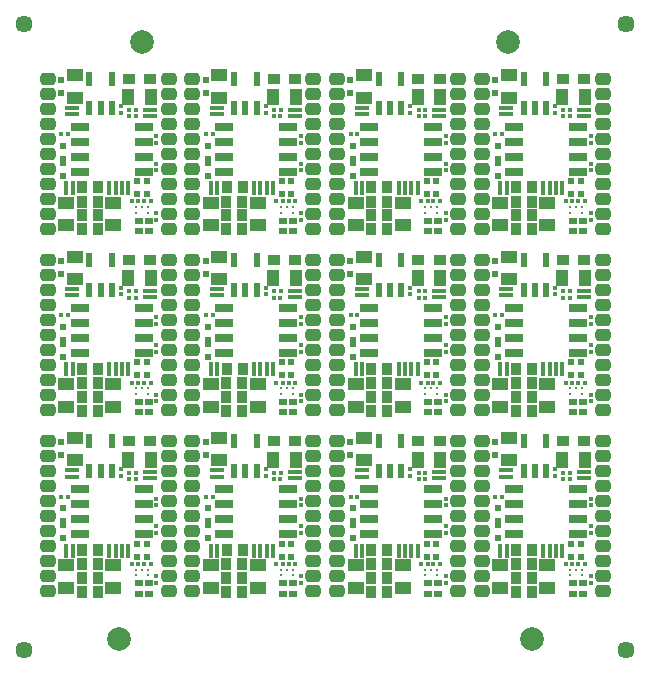
<source format=gts>
G04*
G04 #@! TF.GenerationSoftware,Altium Limited,Altium Designer,25.0.2 (28)*
G04*
G04 Layer_Color=8388736*
%FSLAX44Y44*%
%MOMM*%
G71*
G04*
G04 #@! TF.SameCoordinates,6A123C44-6EB7-423C-9969-B25F4FCB3D5A*
G04*
G04*
G04 #@! TF.FilePolarity,Negative*
G04*
G01*
G75*
%ADD11R,0.6000X0.6000*%
%ADD12R,0.3500X0.3500*%
%ADD13R,1.5250X0.6500*%
%ADD14R,0.6000X1.2000*%
%ADD15R,0.3500X0.3500*%
%ADD16R,1.4000X1.0000*%
%ADD17R,1.1500X0.3250*%
%ADD18R,0.3250X1.1500*%
%ADD19R,0.6400X0.6000*%
%ADD20R,1.0000X1.4000*%
%ADD21R,0.9000X1.0000*%
%ADD22R,1.0000X0.9000*%
G04:AMPARAMS|DCode=32|XSize=1.3mm|YSize=1mm|CornerRadius=0.25mm|HoleSize=0mm|Usage=FLASHONLY|Rotation=180.000|XOffset=0mm|YOffset=0mm|HoleType=Round|Shape=RoundedRectangle|*
%AMROUNDEDRECTD32*
21,1,1.3000,0.5000,0,0,180.0*
21,1,0.8000,1.0000,0,0,180.0*
1,1,0.5000,-0.4000,0.2500*
1,1,0.5000,0.4000,0.2500*
1,1,0.5000,0.4000,-0.2500*
1,1,0.5000,-0.4000,-0.2500*
%
%ADD32ROUNDEDRECTD32*%
%ADD38C,2.0000*%
%ADD39C,0.3100*%
%ADD40C,1.4480*%
D11*
X51390Y195160D02*
D03*
Y206160D02*
D03*
X115890Y109410D02*
D03*
Y120410D02*
D03*
X123890Y109410D02*
D03*
Y120410D02*
D03*
X53390Y139410D02*
D03*
Y150410D02*
D03*
Y124910D02*
D03*
Y135910D02*
D03*
X173890Y195160D02*
D03*
Y206160D02*
D03*
X238390Y109410D02*
D03*
Y120410D02*
D03*
X246390Y109410D02*
D03*
Y120410D02*
D03*
X175890Y139410D02*
D03*
Y150410D02*
D03*
Y124910D02*
D03*
Y135910D02*
D03*
X296390Y195160D02*
D03*
Y206160D02*
D03*
X360890Y109410D02*
D03*
Y120410D02*
D03*
X368890Y109410D02*
D03*
Y120410D02*
D03*
X298390Y139410D02*
D03*
Y150410D02*
D03*
Y124910D02*
D03*
Y135910D02*
D03*
X418890Y195160D02*
D03*
Y206160D02*
D03*
X483390Y109410D02*
D03*
Y120410D02*
D03*
X491390Y109410D02*
D03*
Y120410D02*
D03*
X420890Y139410D02*
D03*
Y150410D02*
D03*
Y124910D02*
D03*
Y135910D02*
D03*
X51390Y348660D02*
D03*
Y359660D02*
D03*
X115890Y262910D02*
D03*
Y273910D02*
D03*
X123890Y262910D02*
D03*
Y273910D02*
D03*
X53390Y292910D02*
D03*
Y303910D02*
D03*
Y278410D02*
D03*
Y289410D02*
D03*
X173890Y348660D02*
D03*
Y359660D02*
D03*
X238390Y262910D02*
D03*
Y273910D02*
D03*
X246390Y262910D02*
D03*
Y273910D02*
D03*
X175890Y292910D02*
D03*
Y303910D02*
D03*
Y278410D02*
D03*
Y289410D02*
D03*
X296390Y348660D02*
D03*
Y359660D02*
D03*
X360890Y262910D02*
D03*
Y273910D02*
D03*
X368890Y262910D02*
D03*
Y273910D02*
D03*
X298390Y292910D02*
D03*
Y303910D02*
D03*
Y278410D02*
D03*
Y289410D02*
D03*
X418890Y348660D02*
D03*
Y359660D02*
D03*
X483390Y262910D02*
D03*
Y273910D02*
D03*
X491390Y262910D02*
D03*
Y273910D02*
D03*
X420890Y292910D02*
D03*
Y303910D02*
D03*
Y278410D02*
D03*
Y289410D02*
D03*
X51390Y502160D02*
D03*
Y513160D02*
D03*
X115890Y416410D02*
D03*
Y427410D02*
D03*
X123890Y416410D02*
D03*
Y427410D02*
D03*
X53390Y446410D02*
D03*
Y457410D02*
D03*
Y431910D02*
D03*
Y442910D02*
D03*
X173890Y502160D02*
D03*
Y513160D02*
D03*
X238390Y416410D02*
D03*
Y427410D02*
D03*
X246390Y416410D02*
D03*
Y427410D02*
D03*
X175890Y446410D02*
D03*
Y457410D02*
D03*
Y431910D02*
D03*
Y442910D02*
D03*
X296390Y502160D02*
D03*
Y513160D02*
D03*
X360890Y416410D02*
D03*
Y427410D02*
D03*
X368890Y416410D02*
D03*
Y427410D02*
D03*
X298390Y446410D02*
D03*
Y457410D02*
D03*
Y431910D02*
D03*
Y442910D02*
D03*
X418890Y502160D02*
D03*
Y513160D02*
D03*
X483390Y416410D02*
D03*
Y427410D02*
D03*
X491390Y416410D02*
D03*
Y427410D02*
D03*
X420890Y446410D02*
D03*
Y457410D02*
D03*
Y431910D02*
D03*
Y442910D02*
D03*
D12*
X132140Y134910D02*
D03*
Y129410D02*
D03*
X102140Y177910D02*
D03*
Y183610D02*
D03*
X132107Y152693D02*
D03*
Y158392D02*
D03*
X132140Y87410D02*
D03*
Y93110D02*
D03*
X254640Y134910D02*
D03*
Y129410D02*
D03*
X224640Y177910D02*
D03*
Y183610D02*
D03*
X254607Y152693D02*
D03*
Y158392D02*
D03*
X254640Y87410D02*
D03*
Y93110D02*
D03*
X377140Y134910D02*
D03*
Y129410D02*
D03*
X347140Y177910D02*
D03*
Y183610D02*
D03*
X377107Y152693D02*
D03*
Y158392D02*
D03*
X377140Y87410D02*
D03*
Y93110D02*
D03*
X499640Y134910D02*
D03*
Y129410D02*
D03*
X469640Y177910D02*
D03*
Y183610D02*
D03*
X499607Y152693D02*
D03*
Y158392D02*
D03*
X499640Y87410D02*
D03*
Y93110D02*
D03*
X132140Y288410D02*
D03*
Y282910D02*
D03*
X102140Y331410D02*
D03*
Y337110D02*
D03*
X132107Y306192D02*
D03*
Y311893D02*
D03*
X132140Y240910D02*
D03*
Y246610D02*
D03*
X254640Y288410D02*
D03*
Y282910D02*
D03*
X224640Y331410D02*
D03*
Y337110D02*
D03*
X254607Y306192D02*
D03*
Y311893D02*
D03*
X254640Y240910D02*
D03*
Y246610D02*
D03*
X377140Y288410D02*
D03*
Y282910D02*
D03*
X347140Y331410D02*
D03*
Y337110D02*
D03*
X377107Y306192D02*
D03*
Y311893D02*
D03*
X377140Y240910D02*
D03*
Y246610D02*
D03*
X499640Y288410D02*
D03*
Y282910D02*
D03*
X469640Y331410D02*
D03*
Y337110D02*
D03*
X499607Y306192D02*
D03*
Y311893D02*
D03*
X499640Y240910D02*
D03*
Y246610D02*
D03*
X132140Y441910D02*
D03*
Y436410D02*
D03*
X102140Y484910D02*
D03*
Y490610D02*
D03*
X132107Y459692D02*
D03*
Y465392D02*
D03*
X132140Y394410D02*
D03*
Y400110D02*
D03*
X254640Y441910D02*
D03*
Y436410D02*
D03*
X224640Y484910D02*
D03*
Y490610D02*
D03*
X254607Y459692D02*
D03*
Y465392D02*
D03*
X254640Y394410D02*
D03*
Y400110D02*
D03*
X377140Y441910D02*
D03*
Y436410D02*
D03*
X347140Y484910D02*
D03*
Y490610D02*
D03*
X377107Y459692D02*
D03*
Y465392D02*
D03*
X377140Y394410D02*
D03*
Y400110D02*
D03*
X499640Y441910D02*
D03*
Y436410D02*
D03*
X469640Y484910D02*
D03*
Y490610D02*
D03*
X499607Y459692D02*
D03*
Y465392D02*
D03*
X499640Y394410D02*
D03*
Y400110D02*
D03*
D13*
X67020Y128360D02*
D03*
Y141060D02*
D03*
Y153760D02*
D03*
Y166460D02*
D03*
X121260Y128360D02*
D03*
Y141060D02*
D03*
Y166460D02*
D03*
Y153760D02*
D03*
X189520Y128360D02*
D03*
Y141060D02*
D03*
Y153760D02*
D03*
Y166460D02*
D03*
X243760Y128360D02*
D03*
Y141060D02*
D03*
Y166460D02*
D03*
Y153760D02*
D03*
X312020Y128360D02*
D03*
Y141060D02*
D03*
Y153760D02*
D03*
Y166460D02*
D03*
X366260Y128360D02*
D03*
Y141060D02*
D03*
Y166460D02*
D03*
Y153760D02*
D03*
X434520Y128360D02*
D03*
Y141060D02*
D03*
Y153760D02*
D03*
Y166460D02*
D03*
X488760Y128360D02*
D03*
Y141060D02*
D03*
Y166460D02*
D03*
Y153760D02*
D03*
X67020Y281860D02*
D03*
Y294560D02*
D03*
Y307260D02*
D03*
Y319960D02*
D03*
X121260Y281860D02*
D03*
Y294560D02*
D03*
Y319960D02*
D03*
Y307260D02*
D03*
X189520Y281860D02*
D03*
Y294560D02*
D03*
Y307260D02*
D03*
Y319960D02*
D03*
X243760Y281860D02*
D03*
Y294560D02*
D03*
Y319960D02*
D03*
Y307260D02*
D03*
X312020Y281860D02*
D03*
Y294560D02*
D03*
Y307260D02*
D03*
Y319960D02*
D03*
X366260Y281860D02*
D03*
Y294560D02*
D03*
Y319960D02*
D03*
Y307260D02*
D03*
X434520Y281860D02*
D03*
Y294560D02*
D03*
Y307260D02*
D03*
Y319960D02*
D03*
X488760Y281860D02*
D03*
Y294560D02*
D03*
Y319960D02*
D03*
Y307260D02*
D03*
X67020Y435360D02*
D03*
Y448060D02*
D03*
Y460760D02*
D03*
Y473460D02*
D03*
X121260Y435360D02*
D03*
Y448060D02*
D03*
Y473460D02*
D03*
Y460760D02*
D03*
X189520Y435360D02*
D03*
Y448060D02*
D03*
Y460760D02*
D03*
Y473460D02*
D03*
X243760Y435360D02*
D03*
Y448060D02*
D03*
Y473460D02*
D03*
Y460760D02*
D03*
X312020Y435360D02*
D03*
Y448060D02*
D03*
Y460760D02*
D03*
Y473460D02*
D03*
X366260Y435360D02*
D03*
Y448060D02*
D03*
Y473460D02*
D03*
Y460760D02*
D03*
X434520Y435360D02*
D03*
Y448060D02*
D03*
Y460760D02*
D03*
Y473460D02*
D03*
X488760Y435360D02*
D03*
Y448060D02*
D03*
Y473460D02*
D03*
Y460760D02*
D03*
D14*
X84890Y181910D02*
D03*
X75390D02*
D03*
X94390D02*
D03*
X75390Y206910D02*
D03*
X94390D02*
D03*
X207390Y181910D02*
D03*
X197890D02*
D03*
X216890D02*
D03*
X197890Y206910D02*
D03*
X216890D02*
D03*
X329890Y181910D02*
D03*
X320390D02*
D03*
X339390D02*
D03*
X320390Y206910D02*
D03*
X339390D02*
D03*
X452390Y181910D02*
D03*
X442890D02*
D03*
X461890D02*
D03*
X442890Y206910D02*
D03*
X461890D02*
D03*
X84890Y335410D02*
D03*
X75390D02*
D03*
X94390D02*
D03*
X75390Y360410D02*
D03*
X94390D02*
D03*
X207390Y335410D02*
D03*
X197890D02*
D03*
X216890D02*
D03*
X197890Y360410D02*
D03*
X216890D02*
D03*
X329890Y335410D02*
D03*
X320390D02*
D03*
X339390D02*
D03*
X320390Y360410D02*
D03*
X339390D02*
D03*
X452390Y335410D02*
D03*
X442890D02*
D03*
X461890D02*
D03*
X442890Y360410D02*
D03*
X461890D02*
D03*
X84890Y488910D02*
D03*
X75390D02*
D03*
X94390D02*
D03*
X75390Y513910D02*
D03*
X94390D02*
D03*
X207390Y488910D02*
D03*
X197890D02*
D03*
X216890D02*
D03*
X197890Y513910D02*
D03*
X216890D02*
D03*
X329890Y488910D02*
D03*
X320390D02*
D03*
X339390D02*
D03*
X320390Y513910D02*
D03*
X339390D02*
D03*
X452390Y488910D02*
D03*
X442890D02*
D03*
X461890D02*
D03*
X442890Y513910D02*
D03*
X461890D02*
D03*
D15*
X51537Y160113D02*
D03*
X57237D02*
D03*
X109140Y180410D02*
D03*
X114640D02*
D03*
X109110Y175190D02*
D03*
X114610D02*
D03*
X121640Y103160D02*
D03*
X127140D02*
D03*
X111140D02*
D03*
X116640D02*
D03*
X174037Y160113D02*
D03*
X179737D02*
D03*
X231640Y180410D02*
D03*
X237140D02*
D03*
X231610Y175190D02*
D03*
X237110D02*
D03*
X244140Y103160D02*
D03*
X249640D02*
D03*
X233640D02*
D03*
X239140D02*
D03*
X296537Y160113D02*
D03*
X302237D02*
D03*
X354140Y180410D02*
D03*
X359640D02*
D03*
X354110Y175190D02*
D03*
X359610D02*
D03*
X366640Y103160D02*
D03*
X372140D02*
D03*
X356140D02*
D03*
X361640D02*
D03*
X419037Y160113D02*
D03*
X424737D02*
D03*
X476640Y180410D02*
D03*
X482140D02*
D03*
X476610Y175190D02*
D03*
X482110D02*
D03*
X489140Y103160D02*
D03*
X494640D02*
D03*
X478640D02*
D03*
X484140D02*
D03*
X51537Y313613D02*
D03*
X57237D02*
D03*
X109140Y333910D02*
D03*
X114640D02*
D03*
X109110Y328690D02*
D03*
X114610D02*
D03*
X121640Y256660D02*
D03*
X127140D02*
D03*
X111140D02*
D03*
X116640D02*
D03*
X174037Y313613D02*
D03*
X179737D02*
D03*
X231640Y333910D02*
D03*
X237140D02*
D03*
X231610Y328690D02*
D03*
X237110D02*
D03*
X244140Y256660D02*
D03*
X249640D02*
D03*
X233640D02*
D03*
X239140D02*
D03*
X296537Y313613D02*
D03*
X302237D02*
D03*
X354140Y333910D02*
D03*
X359640D02*
D03*
X354110Y328690D02*
D03*
X359610D02*
D03*
X366640Y256660D02*
D03*
X372140D02*
D03*
X356140D02*
D03*
X361640D02*
D03*
X419037Y313613D02*
D03*
X424737D02*
D03*
X476640Y333910D02*
D03*
X482140D02*
D03*
X476610Y328690D02*
D03*
X482110D02*
D03*
X489140Y256660D02*
D03*
X494640D02*
D03*
X478640D02*
D03*
X484140D02*
D03*
X51537Y467113D02*
D03*
X57237D02*
D03*
X109140Y487410D02*
D03*
X114640D02*
D03*
X109110Y482190D02*
D03*
X114610D02*
D03*
X121640Y410160D02*
D03*
X127140D02*
D03*
X111140D02*
D03*
X116640D02*
D03*
X174037Y467113D02*
D03*
X179737D02*
D03*
X231640Y487410D02*
D03*
X237140D02*
D03*
X231610Y482190D02*
D03*
X237110D02*
D03*
X244140Y410160D02*
D03*
X249640D02*
D03*
X233640D02*
D03*
X239140D02*
D03*
X296537Y467113D02*
D03*
X302237D02*
D03*
X354140Y487410D02*
D03*
X359640D02*
D03*
X354110Y482190D02*
D03*
X359610D02*
D03*
X366640Y410160D02*
D03*
X372140D02*
D03*
X356140D02*
D03*
X361640D02*
D03*
X419037Y467113D02*
D03*
X424737D02*
D03*
X476640Y487410D02*
D03*
X482140D02*
D03*
X476610Y482190D02*
D03*
X482110D02*
D03*
X489140Y410160D02*
D03*
X494640D02*
D03*
X478640D02*
D03*
X484140D02*
D03*
D16*
X55890Y101910D02*
D03*
Y82910D02*
D03*
X95640Y101910D02*
D03*
Y82910D02*
D03*
X62890Y209910D02*
D03*
Y190910D02*
D03*
X178390Y101910D02*
D03*
Y82910D02*
D03*
X218140Y101910D02*
D03*
Y82910D02*
D03*
X185390Y209910D02*
D03*
Y190910D02*
D03*
X300890Y101910D02*
D03*
Y82910D02*
D03*
X340640Y101910D02*
D03*
Y82910D02*
D03*
X307890Y209910D02*
D03*
Y190910D02*
D03*
X423390Y101910D02*
D03*
Y82910D02*
D03*
X463140Y101910D02*
D03*
Y82910D02*
D03*
X430390Y209910D02*
D03*
Y190910D02*
D03*
X55890Y255410D02*
D03*
Y236410D02*
D03*
X95640Y255410D02*
D03*
Y236410D02*
D03*
X62890Y363410D02*
D03*
Y344410D02*
D03*
X178390Y255410D02*
D03*
Y236410D02*
D03*
X218140Y255410D02*
D03*
Y236410D02*
D03*
X185390Y363410D02*
D03*
Y344410D02*
D03*
X300890Y255410D02*
D03*
Y236410D02*
D03*
X340640Y255410D02*
D03*
Y236410D02*
D03*
X307890Y363410D02*
D03*
Y344410D02*
D03*
X423390Y255410D02*
D03*
Y236410D02*
D03*
X463140Y255410D02*
D03*
Y236410D02*
D03*
X430390Y363410D02*
D03*
Y344410D02*
D03*
X55890Y408910D02*
D03*
Y389910D02*
D03*
X95640Y408910D02*
D03*
Y389910D02*
D03*
X62890Y516910D02*
D03*
Y497910D02*
D03*
X178390Y408910D02*
D03*
Y389910D02*
D03*
X218140Y408910D02*
D03*
Y389910D02*
D03*
X185390Y516910D02*
D03*
Y497910D02*
D03*
X300890Y408910D02*
D03*
Y389910D02*
D03*
X340640Y408910D02*
D03*
Y389910D02*
D03*
X307890Y516910D02*
D03*
Y497910D02*
D03*
X423390Y408910D02*
D03*
Y389910D02*
D03*
X463140Y408910D02*
D03*
Y389910D02*
D03*
X430390Y516910D02*
D03*
Y497910D02*
D03*
D17*
X60890Y177160D02*
D03*
Y182410D02*
D03*
X126700Y175564D02*
D03*
Y180814D02*
D03*
X183390Y177160D02*
D03*
Y182410D02*
D03*
X249200Y175564D02*
D03*
Y180814D02*
D03*
X305890Y177160D02*
D03*
Y182410D02*
D03*
X371701Y175564D02*
D03*
Y180814D02*
D03*
X428390Y177160D02*
D03*
Y182410D02*
D03*
X494201Y175564D02*
D03*
Y180814D02*
D03*
X60890Y330660D02*
D03*
Y335910D02*
D03*
X126700Y329064D02*
D03*
Y334314D02*
D03*
X183390Y330660D02*
D03*
Y335910D02*
D03*
X249200Y329064D02*
D03*
Y334314D02*
D03*
X305890Y330660D02*
D03*
Y335910D02*
D03*
X371701Y329064D02*
D03*
Y334314D02*
D03*
X428390Y330660D02*
D03*
Y335910D02*
D03*
X494201Y329064D02*
D03*
Y334314D02*
D03*
X60890Y484160D02*
D03*
Y489410D02*
D03*
X126700Y482564D02*
D03*
Y487814D02*
D03*
X183390Y484160D02*
D03*
Y489410D02*
D03*
X249200Y482564D02*
D03*
Y487814D02*
D03*
X305890Y484160D02*
D03*
Y489410D02*
D03*
X371701Y482564D02*
D03*
Y487814D02*
D03*
X428390Y484160D02*
D03*
Y489410D02*
D03*
X494201Y482564D02*
D03*
Y487814D02*
D03*
D18*
X61140Y114410D02*
D03*
X55890D02*
D03*
X97515D02*
D03*
X92265D02*
D03*
X108140D02*
D03*
X102890D02*
D03*
X183640D02*
D03*
X178390D02*
D03*
X220015D02*
D03*
X214765D02*
D03*
X230640D02*
D03*
X225390D02*
D03*
X306140D02*
D03*
X300890D02*
D03*
X342515D02*
D03*
X337265D02*
D03*
X353140D02*
D03*
X347890D02*
D03*
X428640D02*
D03*
X423390D02*
D03*
X465015D02*
D03*
X459765D02*
D03*
X475640D02*
D03*
X470390D02*
D03*
X61140Y267910D02*
D03*
X55890D02*
D03*
X97515D02*
D03*
X92265D02*
D03*
X108140D02*
D03*
X102890D02*
D03*
X183640D02*
D03*
X178390D02*
D03*
X220015D02*
D03*
X214765D02*
D03*
X230640D02*
D03*
X225390D02*
D03*
X306140D02*
D03*
X300890D02*
D03*
X342515D02*
D03*
X337265D02*
D03*
X353140D02*
D03*
X347890D02*
D03*
X428640D02*
D03*
X423390D02*
D03*
X465015D02*
D03*
X459765D02*
D03*
X475640D02*
D03*
X470390D02*
D03*
X61140Y421410D02*
D03*
X55890D02*
D03*
X97515D02*
D03*
X92265D02*
D03*
X108140D02*
D03*
X102890D02*
D03*
X183640D02*
D03*
X178390D02*
D03*
X220015D02*
D03*
X214765D02*
D03*
X230640D02*
D03*
X225390D02*
D03*
X306140D02*
D03*
X300890D02*
D03*
X342515D02*
D03*
X337265D02*
D03*
X353140D02*
D03*
X347890D02*
D03*
X428640D02*
D03*
X423390D02*
D03*
X465015D02*
D03*
X459765D02*
D03*
X475640D02*
D03*
X470390D02*
D03*
D19*
X125513Y78064D02*
D03*
Y86864D02*
D03*
X117090Y78064D02*
D03*
Y86864D02*
D03*
X248013Y78064D02*
D03*
Y86864D02*
D03*
X239590Y78064D02*
D03*
Y86864D02*
D03*
X370513Y78064D02*
D03*
Y86864D02*
D03*
X362090Y78064D02*
D03*
Y86864D02*
D03*
X493013Y78064D02*
D03*
Y86864D02*
D03*
X484590Y78064D02*
D03*
Y86864D02*
D03*
X125513Y231564D02*
D03*
Y240364D02*
D03*
X117090Y231564D02*
D03*
Y240364D02*
D03*
X248013Y231564D02*
D03*
Y240364D02*
D03*
X239590Y231564D02*
D03*
Y240364D02*
D03*
X370513Y231564D02*
D03*
Y240364D02*
D03*
X362090Y231564D02*
D03*
Y240364D02*
D03*
X493013Y231564D02*
D03*
Y240364D02*
D03*
X484590Y231564D02*
D03*
Y240364D02*
D03*
X125513Y385064D02*
D03*
Y393864D02*
D03*
X117090Y385064D02*
D03*
Y393864D02*
D03*
X248013Y385064D02*
D03*
Y393864D02*
D03*
X239590Y385064D02*
D03*
Y393864D02*
D03*
X370513Y385064D02*
D03*
Y393864D02*
D03*
X362090Y385064D02*
D03*
Y393864D02*
D03*
X493013Y385064D02*
D03*
Y393864D02*
D03*
X484590Y385064D02*
D03*
Y393864D02*
D03*
D20*
X108390Y191410D02*
D03*
X127390D02*
D03*
X230890D02*
D03*
X249890D02*
D03*
X353390D02*
D03*
X372390D02*
D03*
X475890D02*
D03*
X494890D02*
D03*
X108390Y344910D02*
D03*
X127390D02*
D03*
X230890D02*
D03*
X249890D02*
D03*
X353390D02*
D03*
X372390D02*
D03*
X475890D02*
D03*
X494890D02*
D03*
X108390Y498410D02*
D03*
X127390D02*
D03*
X230890D02*
D03*
X249890D02*
D03*
X353390D02*
D03*
X372390D02*
D03*
X475890D02*
D03*
X494890D02*
D03*
D21*
X68890Y103035D02*
D03*
X82390D02*
D03*
X69140Y115035D02*
D03*
X82640D02*
D03*
X68890Y91410D02*
D03*
X82390D02*
D03*
X68890Y79410D02*
D03*
X82390D02*
D03*
X191390Y103035D02*
D03*
X204890D02*
D03*
X191640Y115035D02*
D03*
X205140D02*
D03*
X191390Y91410D02*
D03*
X204890D02*
D03*
X191390Y79410D02*
D03*
X204890D02*
D03*
X313890Y103035D02*
D03*
X327390D02*
D03*
X314140Y115035D02*
D03*
X327640D02*
D03*
X313890Y91410D02*
D03*
X327390D02*
D03*
X313890Y79410D02*
D03*
X327390D02*
D03*
X436390Y103035D02*
D03*
X449890D02*
D03*
X436640Y115035D02*
D03*
X450140D02*
D03*
X436390Y91410D02*
D03*
X449890D02*
D03*
X436390Y79410D02*
D03*
X449890D02*
D03*
X68890Y256535D02*
D03*
X82390D02*
D03*
X69140Y268535D02*
D03*
X82640D02*
D03*
X68890Y244910D02*
D03*
X82390D02*
D03*
X68890Y232910D02*
D03*
X82390D02*
D03*
X191390Y256535D02*
D03*
X204890D02*
D03*
X191640Y268535D02*
D03*
X205140D02*
D03*
X191390Y244910D02*
D03*
X204890D02*
D03*
X191390Y232910D02*
D03*
X204890D02*
D03*
X313890Y256535D02*
D03*
X327390D02*
D03*
X314140Y268535D02*
D03*
X327640D02*
D03*
X313890Y244910D02*
D03*
X327390D02*
D03*
X313890Y232910D02*
D03*
X327390D02*
D03*
X436390Y256535D02*
D03*
X449890D02*
D03*
X436640Y268535D02*
D03*
X450140D02*
D03*
X436390Y244910D02*
D03*
X449890D02*
D03*
X436390Y232910D02*
D03*
X449890D02*
D03*
X68890Y410035D02*
D03*
X82390D02*
D03*
X69140Y422035D02*
D03*
X82640D02*
D03*
X68890Y398410D02*
D03*
X82390D02*
D03*
X68890Y386410D02*
D03*
X82390D02*
D03*
X191390Y410035D02*
D03*
X204890D02*
D03*
X191640Y422035D02*
D03*
X205140D02*
D03*
X191390Y398410D02*
D03*
X204890D02*
D03*
X191390Y386410D02*
D03*
X204890D02*
D03*
X313890Y410035D02*
D03*
X327390D02*
D03*
X314140Y422035D02*
D03*
X327640D02*
D03*
X313890Y398410D02*
D03*
X327390D02*
D03*
X313890Y386410D02*
D03*
X327390D02*
D03*
X436390Y410035D02*
D03*
X449890D02*
D03*
X436640Y422035D02*
D03*
X450140D02*
D03*
X436390Y398410D02*
D03*
X449890D02*
D03*
X436390Y386410D02*
D03*
X449890D02*
D03*
D22*
X108890Y206910D02*
D03*
X126890D02*
D03*
X231390D02*
D03*
X249390D02*
D03*
X353890D02*
D03*
X371890D02*
D03*
X476390D02*
D03*
X494390D02*
D03*
X108890Y360410D02*
D03*
X126890D02*
D03*
X231390D02*
D03*
X249390D02*
D03*
X353890D02*
D03*
X371890D02*
D03*
X476390D02*
D03*
X494390D02*
D03*
X108890Y513910D02*
D03*
X126890D02*
D03*
X231390D02*
D03*
X249390D02*
D03*
X353890D02*
D03*
X371890D02*
D03*
X476390D02*
D03*
X494390D02*
D03*
D32*
X39890Y118010D02*
D03*
Y130710D02*
D03*
Y79910D02*
D03*
Y105310D02*
D03*
Y92610D02*
D03*
Y206910D02*
D03*
Y194210D02*
D03*
Y156110D02*
D03*
Y143410D02*
D03*
Y181510D02*
D03*
Y168810D02*
D03*
X142390Y118010D02*
D03*
Y130710D02*
D03*
Y79910D02*
D03*
Y105310D02*
D03*
Y92610D02*
D03*
Y206910D02*
D03*
Y194210D02*
D03*
Y156110D02*
D03*
Y143410D02*
D03*
Y181510D02*
D03*
Y168810D02*
D03*
X162390Y118010D02*
D03*
Y130710D02*
D03*
Y79910D02*
D03*
Y105310D02*
D03*
Y92610D02*
D03*
Y206910D02*
D03*
Y194210D02*
D03*
Y156110D02*
D03*
Y143410D02*
D03*
Y181510D02*
D03*
Y168810D02*
D03*
X264890Y118010D02*
D03*
Y130710D02*
D03*
Y79910D02*
D03*
Y105310D02*
D03*
Y92610D02*
D03*
Y206910D02*
D03*
Y194210D02*
D03*
Y156110D02*
D03*
Y143410D02*
D03*
Y181510D02*
D03*
Y168810D02*
D03*
X284890Y118010D02*
D03*
Y130710D02*
D03*
Y79910D02*
D03*
Y105310D02*
D03*
Y92610D02*
D03*
Y206910D02*
D03*
Y194210D02*
D03*
Y156110D02*
D03*
Y143410D02*
D03*
Y181510D02*
D03*
Y168810D02*
D03*
X387390Y118010D02*
D03*
Y130710D02*
D03*
Y79910D02*
D03*
Y105310D02*
D03*
Y92610D02*
D03*
Y206910D02*
D03*
Y194210D02*
D03*
Y156110D02*
D03*
Y143410D02*
D03*
Y181510D02*
D03*
Y168810D02*
D03*
X407390Y118010D02*
D03*
Y130710D02*
D03*
Y79910D02*
D03*
Y105310D02*
D03*
Y92610D02*
D03*
Y206910D02*
D03*
Y194210D02*
D03*
Y156110D02*
D03*
Y143410D02*
D03*
Y181510D02*
D03*
Y168810D02*
D03*
X509890Y118010D02*
D03*
Y130710D02*
D03*
Y79910D02*
D03*
Y105310D02*
D03*
Y92610D02*
D03*
Y206910D02*
D03*
Y194210D02*
D03*
Y156110D02*
D03*
Y143410D02*
D03*
Y181510D02*
D03*
Y168810D02*
D03*
X39890Y271510D02*
D03*
Y284210D02*
D03*
Y233410D02*
D03*
Y258810D02*
D03*
Y246110D02*
D03*
Y360410D02*
D03*
Y347710D02*
D03*
Y309610D02*
D03*
Y296910D02*
D03*
Y335010D02*
D03*
Y322310D02*
D03*
X142390Y271510D02*
D03*
Y284210D02*
D03*
Y233410D02*
D03*
Y258810D02*
D03*
Y246110D02*
D03*
Y360410D02*
D03*
Y347710D02*
D03*
Y309610D02*
D03*
Y296910D02*
D03*
Y335010D02*
D03*
Y322310D02*
D03*
X162390Y271510D02*
D03*
Y284210D02*
D03*
Y233410D02*
D03*
Y258810D02*
D03*
Y246110D02*
D03*
Y360410D02*
D03*
Y347710D02*
D03*
Y309610D02*
D03*
Y296910D02*
D03*
Y335010D02*
D03*
Y322310D02*
D03*
X264890Y271510D02*
D03*
Y284210D02*
D03*
Y233410D02*
D03*
Y258810D02*
D03*
Y246110D02*
D03*
Y360410D02*
D03*
Y347710D02*
D03*
Y309610D02*
D03*
Y296910D02*
D03*
Y335010D02*
D03*
Y322310D02*
D03*
X284890Y271510D02*
D03*
Y284210D02*
D03*
Y233410D02*
D03*
Y258810D02*
D03*
Y246110D02*
D03*
Y360410D02*
D03*
Y347710D02*
D03*
Y309610D02*
D03*
Y296910D02*
D03*
Y335010D02*
D03*
Y322310D02*
D03*
X387390Y271510D02*
D03*
Y284210D02*
D03*
Y233410D02*
D03*
Y258810D02*
D03*
Y246110D02*
D03*
Y360410D02*
D03*
Y347710D02*
D03*
Y309610D02*
D03*
Y296910D02*
D03*
Y335010D02*
D03*
Y322310D02*
D03*
X407390Y271510D02*
D03*
Y284210D02*
D03*
Y233410D02*
D03*
Y258810D02*
D03*
Y246110D02*
D03*
Y360410D02*
D03*
Y347710D02*
D03*
Y309610D02*
D03*
Y296910D02*
D03*
Y335010D02*
D03*
Y322310D02*
D03*
X509890Y271510D02*
D03*
Y284210D02*
D03*
Y233410D02*
D03*
Y258810D02*
D03*
Y246110D02*
D03*
Y360410D02*
D03*
Y347710D02*
D03*
Y309610D02*
D03*
Y296910D02*
D03*
Y335010D02*
D03*
Y322310D02*
D03*
X39890Y425010D02*
D03*
Y437710D02*
D03*
Y386910D02*
D03*
Y412310D02*
D03*
Y399610D02*
D03*
Y513910D02*
D03*
Y501210D02*
D03*
Y463110D02*
D03*
Y450410D02*
D03*
Y488510D02*
D03*
Y475810D02*
D03*
X142390Y425010D02*
D03*
Y437710D02*
D03*
Y386910D02*
D03*
Y412310D02*
D03*
Y399610D02*
D03*
Y513910D02*
D03*
Y501210D02*
D03*
Y463110D02*
D03*
Y450410D02*
D03*
Y488510D02*
D03*
Y475810D02*
D03*
X162390Y425010D02*
D03*
Y437710D02*
D03*
Y386910D02*
D03*
Y412310D02*
D03*
Y399610D02*
D03*
Y513910D02*
D03*
Y501210D02*
D03*
Y463110D02*
D03*
Y450410D02*
D03*
Y488510D02*
D03*
Y475810D02*
D03*
X264890Y425010D02*
D03*
Y437710D02*
D03*
Y386910D02*
D03*
Y412310D02*
D03*
Y399610D02*
D03*
Y513910D02*
D03*
Y501210D02*
D03*
Y463110D02*
D03*
Y450410D02*
D03*
Y488510D02*
D03*
Y475810D02*
D03*
X284890Y425010D02*
D03*
Y437710D02*
D03*
Y386910D02*
D03*
Y412310D02*
D03*
Y399610D02*
D03*
Y513910D02*
D03*
Y501210D02*
D03*
Y463110D02*
D03*
Y450410D02*
D03*
Y488510D02*
D03*
Y475810D02*
D03*
X387390Y425010D02*
D03*
Y437710D02*
D03*
Y386910D02*
D03*
Y412310D02*
D03*
Y399610D02*
D03*
Y513910D02*
D03*
Y501210D02*
D03*
Y463110D02*
D03*
Y450410D02*
D03*
Y488510D02*
D03*
Y475810D02*
D03*
X407390Y425010D02*
D03*
Y437710D02*
D03*
Y386910D02*
D03*
Y412310D02*
D03*
Y399610D02*
D03*
Y513910D02*
D03*
Y501210D02*
D03*
Y463110D02*
D03*
Y450410D02*
D03*
Y488510D02*
D03*
Y475810D02*
D03*
X509890Y425010D02*
D03*
Y437710D02*
D03*
Y386910D02*
D03*
Y412310D02*
D03*
Y399610D02*
D03*
Y513910D02*
D03*
Y501210D02*
D03*
Y463110D02*
D03*
Y450410D02*
D03*
Y488510D02*
D03*
Y475810D02*
D03*
D38*
X450000Y40000D02*
D03*
X430000Y545000D02*
D03*
X120000D02*
D03*
X100000Y40000D02*
D03*
D39*
X114890Y98410D02*
D03*
Y93410D02*
D03*
X124890D02*
D03*
X119890Y98410D02*
D03*
X124890D02*
D03*
X237390D02*
D03*
Y93410D02*
D03*
X247390D02*
D03*
X242390Y98410D02*
D03*
X247390D02*
D03*
X359890D02*
D03*
Y93410D02*
D03*
X369890D02*
D03*
X364890Y98410D02*
D03*
X369890D02*
D03*
X482390D02*
D03*
Y93410D02*
D03*
X492390D02*
D03*
X487390Y98410D02*
D03*
X492390D02*
D03*
X114890Y251910D02*
D03*
Y246910D02*
D03*
X124890D02*
D03*
X119890Y251910D02*
D03*
X124890D02*
D03*
X237390D02*
D03*
Y246910D02*
D03*
X247390D02*
D03*
X242390Y251910D02*
D03*
X247390D02*
D03*
X359890D02*
D03*
Y246910D02*
D03*
X369890D02*
D03*
X364890Y251910D02*
D03*
X369890D02*
D03*
X482390D02*
D03*
Y246910D02*
D03*
X492390D02*
D03*
X487390Y251910D02*
D03*
X492390D02*
D03*
X114890Y405410D02*
D03*
Y400410D02*
D03*
X124890D02*
D03*
X119890Y405410D02*
D03*
X124890D02*
D03*
X237390D02*
D03*
Y400410D02*
D03*
X247390D02*
D03*
X242390Y405410D02*
D03*
X247390D02*
D03*
X359890D02*
D03*
Y400410D02*
D03*
X369890D02*
D03*
X364890Y405410D02*
D03*
X369890D02*
D03*
X482390D02*
D03*
Y400410D02*
D03*
X492390D02*
D03*
X487390Y405410D02*
D03*
X492390D02*
D03*
D40*
X530000Y30000D02*
D03*
X20000Y560000D02*
D03*
Y30000D02*
D03*
X530000Y560000D02*
D03*
M02*

</source>
